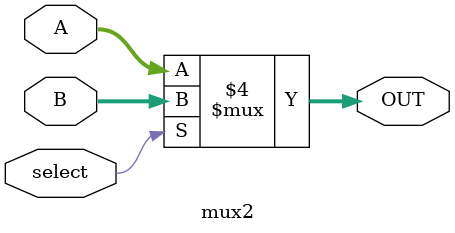
<source format=sv>
module mux2
(
    input   logic[3:0]     A,
    input   logic[3:0]     B,
    output  logic[3:0]     OUT,
    input   logic          select
);


		always_comb
		begin
			if(select == 1'b1)
				begin
					OUT = B;
				end 
			else
				begin 
					OUT = A;
				end
		end 

endmodule
</source>
